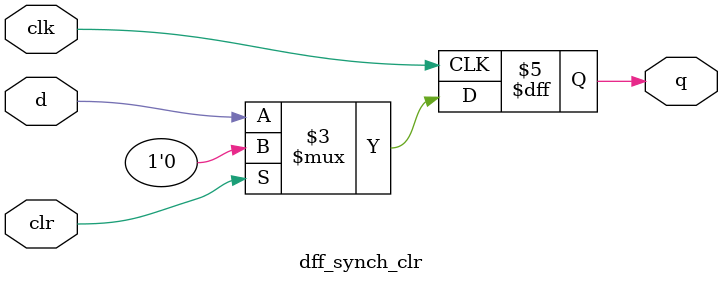
<source format=v>
 `timescale 1ns / 1ps

module dff_synch_clr (d,clr,clk,q);
input d,clr,clk;
output reg q;

always@(posedge clk)
begin
if(clr)
q=0;
else
q=d;
end
endmodule

</source>
